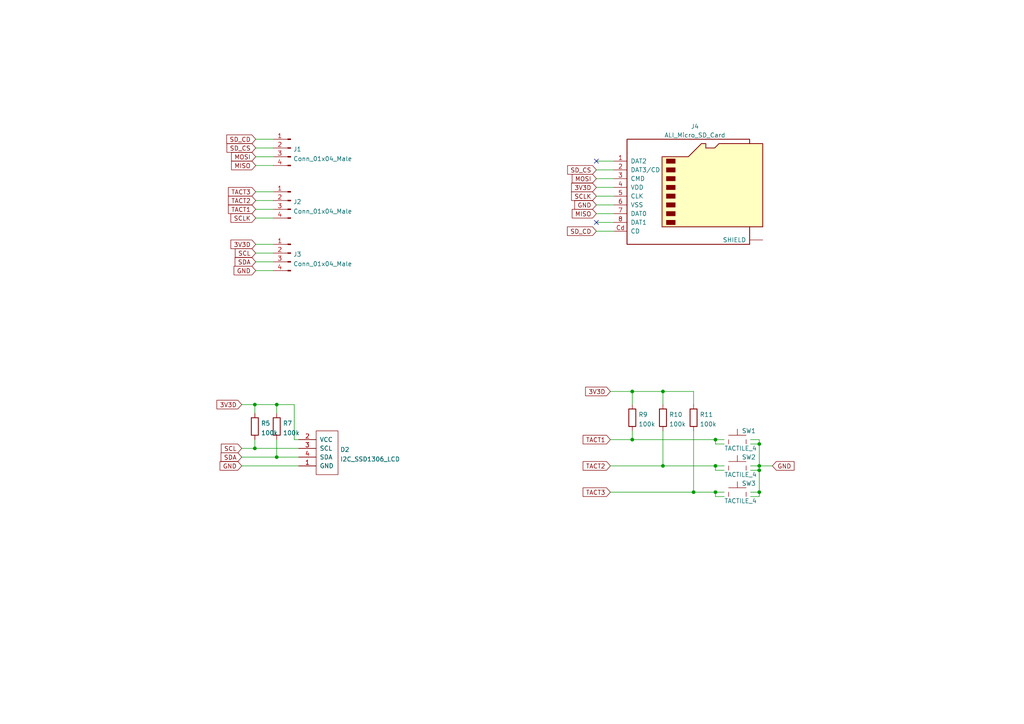
<source format=kicad_sch>
(kicad_sch (version 20211123) (generator eeschema)
  (paper "A4")
  (lib_symbols
    (symbol "Connector:Conn_01x04_Male" (pin_names (offset 1.016) hide)
      (property "Reference" "J" (at 0 5.08 0))
      (property "Value" "Conn_01x04_Male" (at 0 -7.62 0))
      (symbol "Conn_01x04_Male_1_1"
        (polyline (pts (xy 1.27 -5.08) (xy 0.8636 -5.08)) (stroke (width 0.1524)))
        (polyline (pts (xy 1.27 -2.54) (xy 0.8636 -2.54)) (stroke (width 0.1524)))
        (polyline (pts (xy 1.27 0) (xy 0.8636 0)) (stroke (width 0.1524)))
        (polyline (pts (xy 1.27 2.54) (xy 0.8636 2.54)) (stroke (width 0.1524)))
        (rectangle (start 0.8636 -4.953) (end 0 -5.207) (stroke (width 0.1524)) (fill (type outline)))
        (rectangle (start 0.8636 -2.413) (end 0 -2.667) (stroke (width 0.1524)) (fill (type outline)))
        (rectangle (start 0.8636 0.127) (end 0 -0.127) (stroke (width 0.1524)) (fill (type outline)))
        (rectangle (start 0.8636 2.667) (end 0 2.413) (stroke (width 0.1524)) (fill (type outline)))
        (pin passive line (at 5.08 2.54 180) (length 3.81) (name "Pin_1") (number "1"))
        (pin passive line (at 5.08 0 180) (length 3.81) (name "Pin_2") (number "2"))
        (pin passive line (at 5.08 -2.54 180) (length 3.81) (name "Pin_3") (number "3"))
        (pin passive line (at 5.08 -5.08 180) (length 3.81) (name "Pin_4") (number "4"))
      )
    )
    (symbol "Device:R" (pin_numbers hide) (pin_names (offset 0))
      (property "Reference" "R" (at 2.032 0 90))
      (property "Value" "R" (at 0 0 90))
      (symbol "R_0_1"
        (rectangle (start -1.016 -2.54) (end 1.016 2.54) (stroke (width 0.254)))
      )
      (symbol "R_1_1"
        (pin passive line (at 0 3.81 270) (length 1.27) (name "~") (number "1"))
        (pin passive line (at 0 -3.81 90) (length 1.27) (name "~") (number "2"))
      )
    )
    (symbol "Ninja-qPCR:ALI_Micro_SD_Card" (pin_names (offset 1.016))
      (property "Reference" "J" (at -16.51 15.24 0))
      (property "Value" "ALI_Micro_SD_Card" (at 16.51 15.24 0))
      (symbol "ALI_Micro_SD_Card_0_1"
        (rectangle (start -7.62 -9.525) (end -5.08 -10.795) (fill (type outline)))
        (rectangle (start -7.62 -6.985) (end -5.08 -8.255) (fill (type outline)))
        (rectangle (start -7.62 -4.445) (end -5.08 -5.715) (fill (type outline)))
        (rectangle (start -7.62 -1.905) (end -5.08 -3.175) (fill (type outline)))
        (rectangle (start -7.62 0.635) (end -5.08 -0.635) (fill (type outline)))
        (rectangle (start -7.62 3.175) (end -5.08 1.905) (fill (type outline)))
        (rectangle (start -7.62 5.715) (end -5.08 4.445) (fill (type outline)))
        (rectangle (start -7.62 8.255) (end -5.08 6.985) (fill (type outline)))
        (polyline (pts (xy 16.51 12.7) (xy 16.51 13.97) (xy -19.05 13.97) (xy -19.05 -16.51) (xy 16.51 -16.51) (xy 16.51 -11.43)) (stroke (width 0.254)))
        (polyline (pts (xy -8.89 -11.43) (xy -8.89 8.89) (xy -1.27 8.89) (xy 2.54 12.7) (xy 3.81 12.7) (xy 3.81 11.43) (xy 6.35 11.43) (xy 7.62 12.7) (xy 20.32 12.7) (xy 20.32 -11.43) (xy -8.89 -11.43)) (stroke (width 0.254)) (fill (type background)))
      )
      (symbol "ALI_Micro_SD_Card_1_1"
        (pin passive line (at 20.32 -15.24 180) (length 3.81) (name "SHIELD") (number ""))
        (pin bidirectional line (at -22.86 7.62 0) (length 3.81) (name "DAT2") (number "1"))
        (pin bidirectional line (at -22.86 5.08 0) (length 3.81) (name "DAT3/CD") (number "2"))
        (pin input line (at -22.86 2.54 0) (length 3.81) (name "CMD") (number "3"))
        (pin power_in line (at -22.86 0 0) (length 3.81) (name "VDD") (number "4"))
        (pin input line (at -22.86 -2.54 0) (length 3.81) (name "CLK") (number "5"))
        (pin power_in line (at -22.86 -5.08 0) (length 3.81) (name "VSS") (number "6"))
        (pin bidirectional line (at -22.86 -7.62 0) (length 3.81) (name "DAT0") (number "7"))
        (pin bidirectional line (at -22.86 -10.16 0) (length 3.81) (name "DAT1") (number "8"))
        (pin bidirectional line (at -22.86 -12.7 0) (length 3.81) (name "CD") (number "Cd"))
      )
    )
    (symbol "Ninja-qPCR:I2C_SSD1306_LCD" (pin_names (offset 1.016))
      (property "Reference" "D" (at 2.54 3.81 0))
      (property "Value" "I2C_SSD1306_LCD" (at 3.81 -12.7 0))
      (symbol "I2C_SSD1306_LCD_0_1"
        (rectangle (start 0 2.54) (end 6.35 -10.16))
      )
      (symbol "I2C_SSD1306_LCD_1_1"
        (pin input line (at -5.08 -7.62 0) (length 5.08) (name "GND") (number "1"))
        (pin input line (at -5.08 0 0) (length 5.08) (name "VCC") (number "2"))
        (pin input line (at -5.08 -2.54 0) (length 5.08) (name "SCL") (number "3"))
        (pin input line (at -5.08 -5.08 0) (length 5.08) (name "SDA") (number "4"))
      )
    )
    (symbol "Ninja-qPCR:TACTILE_4" (pin_numbers hide) (pin_names (offset 1.016) hide)
      (property "Reference" "SW" (at 1.27 2.54 0))
      (property "Value" "TACTILE_4" (at 0 -3.81 0))
      (symbol "TACTILE_4_0_1"
        (polyline (pts (xy -2.54 0) (xy -2.54 -1.27)))
        (polyline (pts (xy 0 1.27) (xy 0 3.048)))
        (polyline (pts (xy 2.54 0) (xy 2.54 -1.27)))
        (polyline (pts (xy 2.54 1.27) (xy -2.54 1.27)))
      )
      (symbol "TACTILE_4_1_1"
        (pin passive line (at -3.81 0 0) (length 2.54) hide (name "1") (number "1"))
        (pin passive line (at -3.81 -1.27 0) (length 2.54) hide (name "2") (number "2"))
        (pin passive line (at 3.81 0 180) (length 2.54) hide (name "3") (number "3"))
        (pin passive line (at 3.81 -1.27 180) (length 2.54) hide (name "4") (number "4"))
      )
    )
  )
  (junction (at 220.218 136.398))
  (junction (at 192.278 113.538))
  (junction (at 80.264 132.588))
  (junction (at 73.914 130.048))
  (junction (at 73.914 117.348))
  (junction (at 183.388 113.538))
  (junction (at 207.518 127.508))
  (junction (at 80.264 117.348))
  (junction (at 207.518 142.748))
  (junction (at 220.218 142.748))
  (junction (at 201.168 142.748))
  (junction (at 207.518 135.128))
  (junction (at 220.218 135.128))
  (junction (at 220.218 128.778))
  (junction (at 192.278 135.128))
  (junction (at 183.388 127.508))
  (no_connect (at 172.974 46.736))
  (no_connect (at 172.974 64.516))
  (wire (pts (xy 177.038 113.538) (xy 183.388 113.538)))
  (wire (pts (xy 172.974 54.356) (xy 178.054 54.356)))
  (wire (pts (xy 172.974 59.436) (xy 178.054 59.436)))
  (wire (pts (xy 220.218 135.128) (xy 220.218 136.398)))
  (wire (pts (xy 74.168 78.486) (xy 79.248 78.486)))
  (wire (pts (xy 172.974 46.736) (xy 178.054 46.736)))
  (wire (pts (xy 177.038 142.748) (xy 201.168 142.748)))
  (wire (pts (xy 80.264 132.588) (xy 86.614 132.588)))
  (wire (pts (xy 201.168 142.748) (xy 207.518 142.748)))
  (wire (pts (xy 70.104 130.048) (xy 73.914 130.048)))
  (wire (pts (xy 192.278 113.538) (xy 201.168 113.538)))
  (wire (pts (xy 74.168 70.866) (xy 79.248 70.866)))
  (wire (pts (xy 183.388 124.968) (xy 183.388 127.508)))
  (wire (pts (xy 220.218 142.748) (xy 220.218 144.018)))
  (wire (pts (xy 192.278 124.968) (xy 192.278 135.128)))
  (wire (pts (xy 172.974 64.516) (xy 178.054 64.516)))
  (wire (pts (xy 210.058 136.398) (xy 207.518 136.398)))
  (wire (pts (xy 74.168 45.466) (xy 79.248 45.466)))
  (wire (pts (xy 74.168 58.166) (xy 79.248 58.166)))
  (wire (pts (xy 73.914 117.348) (xy 80.264 117.348)))
  (wire (pts (xy 74.168 63.246) (xy 79.248 63.246)))
  (wire (pts (xy 172.974 61.976) (xy 178.054 61.976)))
  (wire (pts (xy 220.218 136.398) (xy 220.218 142.748)))
  (wire (pts (xy 177.038 127.508) (xy 183.388 127.508)))
  (wire (pts (xy 210.058 128.778) (xy 207.518 128.778)))
  (wire (pts (xy 207.518 135.128) (xy 207.518 136.398)))
  (wire (pts (xy 217.678 142.748) (xy 220.218 142.748)))
  (wire (pts (xy 183.388 113.538) (xy 192.278 113.538)))
  (wire (pts (xy 74.168 73.406) (xy 79.248 73.406)))
  (wire (pts (xy 207.518 127.508) (xy 207.518 128.778)))
  (wire (pts (xy 192.278 113.538) (xy 192.278 117.348)))
  (wire (pts (xy 201.168 117.348) (xy 201.168 113.538)))
  (wire (pts (xy 85.344 117.348) (xy 85.344 127.508)))
  (wire (pts (xy 70.104 117.348) (xy 73.914 117.348)))
  (wire (pts (xy 207.518 142.748) (xy 207.518 144.018)))
  (wire (pts (xy 183.388 113.538) (xy 183.388 117.348)))
  (wire (pts (xy 210.058 144.018) (xy 207.518 144.018)))
  (wire (pts (xy 183.388 127.508) (xy 207.518 127.508)))
  (wire (pts (xy 172.974 49.276) (xy 178.054 49.276)))
  (wire (pts (xy 217.678 136.398) (xy 220.218 136.398)))
  (wire (pts (xy 217.678 144.018) (xy 220.218 144.018)))
  (wire (pts (xy 201.168 124.968) (xy 201.168 142.748)))
  (wire (pts (xy 74.168 60.706) (xy 79.248 60.706)))
  (wire (pts (xy 207.518 127.508) (xy 210.058 127.508)))
  (wire (pts (xy 74.168 48.006) (xy 79.248 48.006)))
  (wire (pts (xy 74.168 42.926) (xy 79.248 42.926)))
  (wire (pts (xy 74.168 40.386) (xy 79.248 40.386)))
  (wire (pts (xy 80.264 117.348) (xy 80.264 119.888)))
  (wire (pts (xy 70.104 132.588) (xy 80.264 132.588)))
  (wire (pts (xy 192.278 135.128) (xy 207.518 135.128)))
  (wire (pts (xy 172.974 67.056) (xy 178.054 67.056)))
  (wire (pts (xy 80.264 127.508) (xy 80.264 132.588)))
  (wire (pts (xy 172.974 51.816) (xy 178.054 51.816)))
  (wire (pts (xy 80.264 117.348) (xy 85.344 117.348)))
  (wire (pts (xy 177.038 135.128) (xy 192.278 135.128)))
  (wire (pts (xy 217.678 127.508) (xy 220.218 127.508)))
  (wire (pts (xy 73.914 127.508) (xy 73.914 130.048)))
  (wire (pts (xy 217.678 135.128) (xy 220.218 135.128)))
  (wire (pts (xy 220.218 135.128) (xy 224.028 135.128)))
  (wire (pts (xy 220.218 127.508) (xy 220.218 128.778)))
  (wire (pts (xy 85.344 127.508) (xy 86.614 127.508)))
  (wire (pts (xy 217.678 128.778) (xy 220.218 128.778)))
  (wire (pts (xy 172.974 56.896) (xy 178.054 56.896)))
  (wire (pts (xy 207.518 135.128) (xy 210.058 135.128)))
  (wire (pts (xy 220.218 128.778) (xy 220.218 135.128)))
  (wire (pts (xy 70.104 135.128) (xy 86.614 135.128)))
  (wire (pts (xy 74.168 75.946) (xy 79.248 75.946)))
  (wire (pts (xy 73.914 117.348) (xy 73.914 119.888)))
  (wire (pts (xy 73.914 130.048) (xy 86.614 130.048)))
  (wire (pts (xy 74.168 55.626) (xy 79.248 55.626)))
  (wire (pts (xy 207.518 142.748) (xy 210.058 142.748)))
  (global_label "TACT3" (shape input) (at 74.168 55.626 180) (property "Intersheet References" "${INTERSHEET_REFS}" (effects hide)))
  (global_label "TACT1" (shape input) (at 74.168 60.706 180) (property "Intersheet References" "${INTERSHEET_REFS}" (effects hide)))
  (global_label "SD_CS" (shape input) (at 172.974 49.276 180) (property "Intersheet References" "${INTERSHEET_REFS}" (effects hide)))
  (global_label "3V3D" (shape input) (at 172.974 54.356 180) (property "Intersheet References" "${INTERSHEET_REFS}" (effects hide)))
  (global_label "TACT1" (shape input) (at 177.038 127.508 180) (property "Intersheet References" "${INTERSHEET_REFS}" (effects hide)))
  (global_label "GND" (shape input) (at 224.028 135.128 0) (property "Intersheet References" "${INTERSHEET_REFS}" (effects hide)))
  (global_label "TACT2" (shape input) (at 177.038 135.128 180) (property "Intersheet References" "${INTERSHEET_REFS}" (effects hide)))
  (global_label "SDA" (shape input) (at 70.104 132.588 180) (property "Intersheet References" "${INTERSHEET_REFS}" (effects hide)))
  (global_label "3V3D" (shape input) (at 177.038 113.538 180) (property "Intersheet References" "${INTERSHEET_REFS}" (effects hide)))
  (global_label "SCL" (shape input) (at 74.168 73.406 180) (property "Intersheet References" "${INTERSHEET_REFS}" (effects hide)))
  (global_label "MISO" (shape input) (at 172.974 61.976 180) (property "Intersheet References" "${INTERSHEET_REFS}" (effects hide)))
  (global_label "MISO" (shape input) (at 74.168 48.006 180) (property "Intersheet References" "${INTERSHEET_REFS}" (effects hide)))
  (global_label "TACT3" (shape input) (at 177.038 142.748 180) (property "Intersheet References" "${INTERSHEET_REFS}" (effects hide)))
  (global_label "GND" (shape input) (at 172.974 59.436 180) (property "Intersheet References" "${INTERSHEET_REFS}" (effects hide)))
  (global_label "SD_CD" (shape input) (at 74.168 40.386 180) (property "Intersheet References" "${INTERSHEET_REFS}" (effects hide)))
  (global_label "GND" (shape input) (at 74.168 78.486 180) (property "Intersheet References" "${INTERSHEET_REFS}" (effects hide)))
  (global_label "GND" (shape input) (at 70.104 135.128 180) (property "Intersheet References" "${INTERSHEET_REFS}" (effects hide)))
  (global_label "SD_CS" (shape input) (at 74.168 42.926 180) (property "Intersheet References" "${INTERSHEET_REFS}" (effects hide)))
  (global_label "SCL" (shape input) (at 70.104 130.048 180) (property "Intersheet References" "${INTERSHEET_REFS}" (effects hide)))
  (global_label "MOSI" (shape input) (at 172.974 51.816 180) (property "Intersheet References" "${INTERSHEET_REFS}" (effects hide)))
  (global_label "SDA" (shape input) (at 74.168 75.946 180) (property "Intersheet References" "${INTERSHEET_REFS}" (effects hide)))
  (global_label "SCLK" (shape input) (at 172.974 56.896 180) (property "Intersheet References" "${INTERSHEET_REFS}" (effects hide)))
  (global_label "MOSI" (shape input) (at 74.168 45.466 180) (property "Intersheet References" "${INTERSHEET_REFS}" (effects hide)))
  (global_label "3V3D" (shape input) (at 70.104 117.348 180) (property "Intersheet References" "${INTERSHEET_REFS}" (effects hide)))
  (global_label "3V3D" (shape input) (at 74.168 70.866 180) (property "Intersheet References" "${INTERSHEET_REFS}" (effects hide)))
  (global_label "SCLK" (shape input) (at 74.168 63.246 180) (property "Intersheet References" "${INTERSHEET_REFS}" (effects hide)))
  (global_label "SD_CD" (shape input) (at 172.974 67.056 180) (property "Intersheet References" "${INTERSHEET_REFS}" (effects hide)))
  (global_label "TACT2" (shape input) (at 74.168 58.166 180) (property "Intersheet References" "${INTERSHEET_REFS}" (effects hide)))
  (symbol (lib_id "Ninja-qPCR:ALI_Micro_SD_Card") (at 200.914 54.356 0) (unit 1)
    (property "Reference" "J4" (at 201.549 36.6862 0))
    (property "Value" "ALI_Micro_SD_Card" (at 201.549 39.2231 0))
    (property "Footprint" "Ninja-qPCR:ALI_microSD" (effects hide))
    (property "Datasheet" "http://katalog.we-online.de/em/datasheet/693072010801.pdf" (effects hide))
  )
  (symbol (lib_id "Connector:Conn_01x04_Male") (at 84.328 58.166 0) (mirror y) (unit 1)
    (property "Reference" "J2" (at 85.0392 58.5275 0) (effects (justify right)))
    (property "Value" "Conn_01x04_Male" (at 85.0392 61.3026 0) (effects (justify right)))
    (property "Footprint" "Connector_PinHeader_2.54mm:PinHeader_1x04_P2.54mm_Vertical" (effects hide))
  )
  (symbol (lib_id "Device:R") (at 73.914 123.698 0) (unit 1)
    (property "Reference" "R5" (at 75.692 122.7895 0) (effects (justify left)))
    (property "Value" "100k" (at 75.692 125.5646 0) (effects (justify left)))
    (property "Footprint" "Resistor_SMD:R_0603_1608Metric" (effects hide))
  )
  (symbol (lib_id "Device:R") (at 183.388 121.158 0) (unit 1)
    (property "Reference" "R9" (at 185.166 120.2495 0) (effects (justify left)))
    (property "Value" "100k" (at 185.166 123.0246 0) (effects (justify left)))
    (property "Footprint" "Resistor_SMD:R_0603_1608Metric" (effects hide))
  )
  (symbol (lib_id "Device:R") (at 192.278 121.158 0) (unit 1)
    (property "Reference" "R10" (at 194.056 120.2495 0) (effects (justify left)))
    (property "Value" "100k" (at 194.056 123.0246 0) (effects (justify left)))
    (property "Footprint" "Resistor_SMD:R_0603_1608Metric" (effects hide))
  )
  (symbol (lib_id "Device:R") (at 201.168 121.158 0) (unit 1)
    (property "Reference" "R11" (at 202.946 120.2495 0) (effects (justify left)))
    (property "Value" "100k" (at 202.946 123.0246 0) (effects (justify left)))
    (property "Footprint" "Resistor_SMD:R_0603_1608Metric" (effects hide))
  )
  (symbol (lib_id "Ninja-qPCR:TACTILE_4") (at 213.868 142.748 0) (unit 1)
    (property "Reference" "SW3" (at 215.138 140.208 0) (effects (justify left)))
    (property "Value" "TACTILE_4" (at 210.058 145.288 0) (effects (justify left)))
    (property "Footprint" "Ninja-qPCR:SW_TH_Tactile_Omron_B3F-10xx" (effects hide))
    (property "Datasheet" "http://www.apem.com/int/index.php?controller=attachment&id_attachment=488" (effects hide))
  )
  (symbol (lib_id "Ninja-qPCR:TACTILE_4") (at 213.868 127.508 0) (unit 1)
    (property "Reference" "SW1" (at 215.138 124.968 0) (effects (justify left)))
    (property "Value" "TACTILE_4" (at 210.058 130.048 0) (effects (justify left)))
    (property "Footprint" "Ninja-qPCR:SW_TH_Tactile_Omron_B3F-10xx" (effects hide))
    (property "Datasheet" "http://www.apem.com/int/index.php?controller=attachment&id_attachment=488" (effects hide))
  )
  (symbol (lib_id "Device:R") (at 80.264 123.698 0) (unit 1)
    (property "Reference" "R7" (at 82.042 122.7895 0) (effects (justify left)))
    (property "Value" "100k" (at 82.042 125.5646 0) (effects (justify left)))
    (property "Footprint" "Resistor_SMD:R_0603_1608Metric" (effects hide))
  )
  (symbol (lib_id "Ninja-qPCR:I2C_SSD1306_LCD") (at 91.694 127.508 0) (unit 1)
    (property "Reference" "D2" (at 98.679 130.4095 0) (effects (justify left)))
    (property "Value" "I2C_SSD1306_LCD" (at 98.679 133.1846 0) (effects (justify left)))
    (property "Footprint" "Ninja-qPCR:I2C_SSD1306_LCD" (effects hide))
  )
  (symbol (lib_id "Connector:Conn_01x04_Male") (at 84.328 42.926 0) (mirror y) (unit 1)
    (property "Reference" "J1" (at 85.0392 43.2875 0) (effects (justify right)))
    (property "Value" "Conn_01x04_Male" (at 85.0392 46.0626 0) (effects (justify right)))
    (property "Footprint" "Connector_PinHeader_2.54mm:PinHeader_1x04_P2.54mm_Vertical" (effects hide))
  )
  (symbol (lib_id "Connector:Conn_01x04_Male") (at 84.328 73.406 0) (mirror y) (unit 1)
    (property "Reference" "J3" (at 85.0392 73.7675 0) (effects (justify right)))
    (property "Value" "Conn_01x04_Male" (at 85.0392 76.5426 0) (effects (justify right)))
    (property "Footprint" "Connector_PinHeader_2.54mm:PinHeader_1x04_P2.54mm_Vertical" (effects hide))
  )
  (symbol (lib_id "Ninja-qPCR:TACTILE_4") (at 213.868 135.128 0) (unit 1)
    (property "Reference" "SW2" (at 215.138 132.588 0) (effects (justify left)))
    (property "Value" "TACTILE_4" (at 210.058 137.668 0) (effects (justify left)))
    (property "Footprint" "Ninja-qPCR:SW_TH_Tactile_Omron_B3F-10xx" (effects hide))
    (property "Datasheet" "http://www.apem.com/int/index.php?controller=attachment&id_attachment=488" (effects hide))
  )
)
</source>
